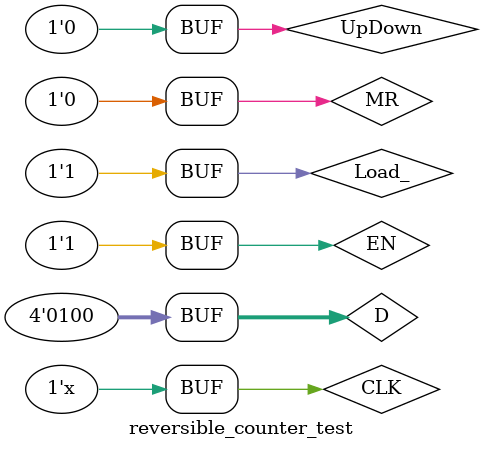
<source format=v>
`timescale 1ns / 1ps


module reversible_counter_test(
    );
    
    reg MR,Load_,EN,UpDown,CLK;
    reg [3:0] D;
    wire CO;
    wire [3:0] Q;

    reversible_counter uut(  
        .MR(MR),
        .Load_(Load_),
        .EN(EN),
        .UpDown(UpDown),        
        .CLK(CLK),
        .D(D),
        .CO(CO),
        .Q(Q)
    );
    
    initial 
    begin
        MR=0;Load_=0;EN=0;UpDown=0;CLK=0;D=4'b0000;     
    end
    always #50 CLK=~CLK;
    initial
    begin
        #20; MR=1;Load_=0;EN=0;UpDown=0;D=4'b1111;
        #200; MR=0;Load_=0;EN=1;UpDown=0;D=4'b0011;
        #200; MR=1;Load_=1;EN=0;UpDown=0;D=4'b0011;
        #200; MR=0;Load_=0;EN=0;UpDown=0;D=4'b1101;
        #200; MR=0;Load_=1;EN=0;UpDown=0;D=4'b1001;
        #200; MR=0;Load_=1;EN=1;UpDown=0;D=4'b0001;
        #200; MR=0;Load_=1;EN=1;UpDown=1;D=4'b0110;
        #200; MR=0;Load_=1;EN=1;UpDown=0;D=4'b0100;
    end        
endmodule

</source>
